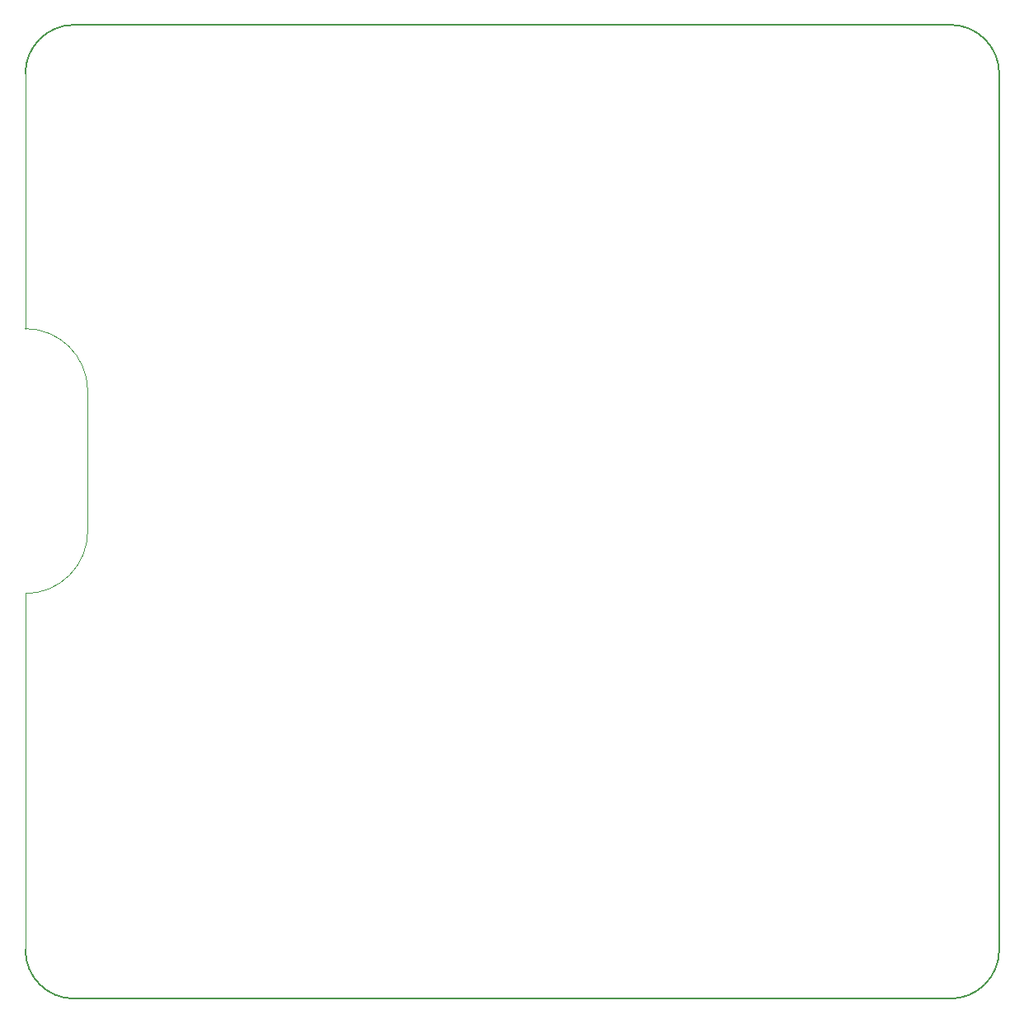
<source format=gbr>
%TF.GenerationSoftware,KiCad,Pcbnew,7.0.6+dfsg-1*%
%TF.CreationDate,2023-07-26T00:01:03-03:00*%
%TF.ProjectId,DMX_servo_controller_hardware,444d585f-7365-4727-966f-5f636f6e7472,rev?*%
%TF.SameCoordinates,Original*%
%TF.FileFunction,Profile,NP*%
%FSLAX46Y46*%
G04 Gerber Fmt 4.6, Leading zero omitted, Abs format (unit mm)*
G04 Created by KiCad (PCBNEW 7.0.6+dfsg-1) date 2023-07-26 00:01:03*
%MOMM*%
%LPD*%
G01*
G04 APERTURE LIST*
%TA.AperFunction,Profile*%
%ADD10C,0.100000*%
%TD*%
%TA.AperFunction,Profile*%
%ADD11C,0.200000*%
%TD*%
G04 APERTURE END LIST*
D10*
X106400000Y-97500000D02*
G75*
G03*
X100000000Y-91199219I-6400000J-100000D01*
G01*
D11*
X195000000Y-160000000D02*
G75*
G03*
X200000000Y-155000000I0J5000000D01*
G01*
X105000000Y-60000000D02*
X195000000Y-60000000D01*
X200000000Y-65000000D02*
X200000000Y-155000000D01*
D10*
X100000000Y-91199219D02*
X100000000Y-65000000D01*
D11*
X100000000Y-155000000D02*
G75*
G03*
X105000000Y-160000000I5000000J0D01*
G01*
D10*
X100000000Y-118400000D02*
X100000000Y-155000000D01*
D11*
X105000000Y-60000000D02*
G75*
G03*
X100000000Y-65000000I0J-5000000D01*
G01*
X200000000Y-65000000D02*
G75*
G03*
X195000000Y-60000000I-5000000J0D01*
G01*
D10*
X100000000Y-118400000D02*
G75*
G03*
X106400000Y-112000000I0J6400000D01*
G01*
X106400000Y-97500000D02*
X106400000Y-112000000D01*
D11*
X105000000Y-160000000D02*
X195000000Y-160000000D01*
M02*

</source>
